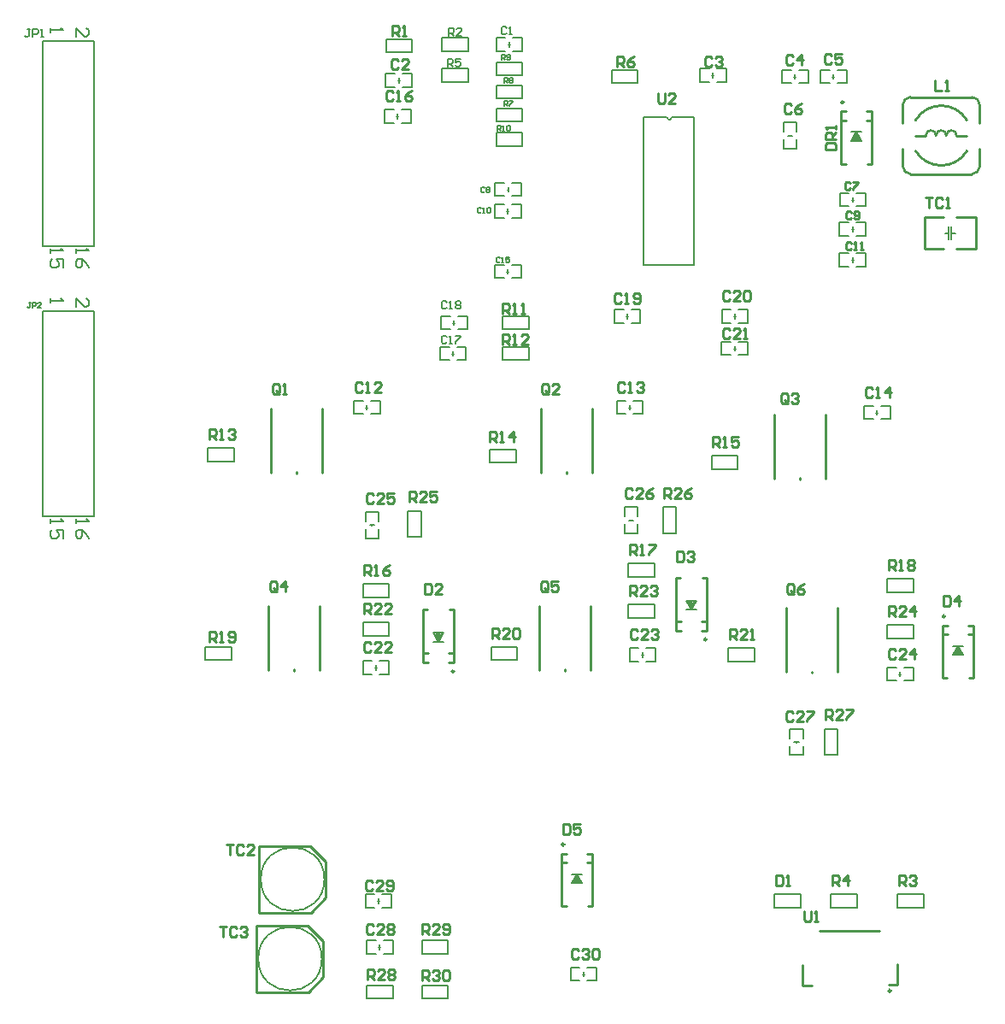
<source format=gto>
G04*
G04 #@! TF.GenerationSoftware,Altium Limited,Altium Designer,19.1.3 (30)*
G04*
G04 Layer_Color=65535*
%FSLAX25Y25*%
%MOIN*%
G70*
G01*
G75*
%ADD10C,0.00787*%
%ADD11C,0.01000*%
%ADD12C,0.00800*%
%ADD13C,0.00600*%
%ADD14C,0.00984*%
%ADD15C,0.00591*%
%ADD16C,0.00500*%
%ADD17C,0.00700*%
D10*
X116902Y18500D02*
G03*
X116902Y18500I-12402J0D01*
G01*
X117902Y49500D02*
G03*
X117902Y49500I-12402J0D01*
G01*
X251713Y346500D02*
G03*
X253287Y346500I787J0D01*
G01*
X8000Y191000D02*
X28000D01*
X8000Y271000D02*
X28000D01*
X8000Y191000D02*
Y271000D01*
X28000Y191000D02*
Y271000D01*
X8000Y296500D02*
X28000D01*
X8000Y376500D02*
X28000D01*
X8000Y296500D02*
Y376500D01*
X28000Y296500D02*
Y376500D01*
X242437Y346575D02*
X251500D01*
X253500D02*
X262000D01*
Y289000D02*
Y346575D01*
X248328Y289000D02*
X258109D01*
X242437D02*
Y346575D01*
Y289000D02*
X248328D01*
X258109D02*
X262000D01*
D11*
X320500Y352500D02*
G03*
X320500Y352500I-500J0D01*
G01*
X348500Y333500D02*
G03*
X368500Y333500I10000J6000D01*
G01*
X343500Y327500D02*
G03*
X346500Y324500I3000J0D01*
G01*
X370500D02*
G03*
X373500Y327500I0J3000D01*
G01*
X346500Y354500D02*
G03*
X343500Y351500I0J-3000D01*
G01*
X373500D02*
G03*
X370500Y354500I-3000J0D01*
G01*
X368500Y345500D02*
G03*
X348500Y345500I-10000J-6000D01*
G01*
X360500Y339500D02*
G03*
X356500Y339500I-2000J0D01*
G01*
X364500D02*
G03*
X360500Y339500I-2000J0D01*
G01*
X356500D02*
G03*
X352500Y339500I-2000J0D01*
G01*
X338874Y6000D02*
G03*
X338874Y6000I-500J0D01*
G01*
X360000Y152000D02*
G03*
X360000Y152000I-500J0D01*
G01*
X267000Y143000D02*
G03*
X267000Y143000I-500J0D01*
G01*
X168500Y130555D02*
G03*
X168500Y130555I-500J0D01*
G01*
X211500Y63000D02*
G03*
X211500Y63000I-500J0D01*
G01*
X91508Y31492D02*
X111390D01*
X117492Y25390D01*
Y11216D02*
Y25390D01*
X91508Y5508D02*
X111784D01*
X91508D02*
Y31492D01*
X111784Y5508D02*
X117492Y11216D01*
X92508Y62492D02*
X112390D01*
X118492Y56390D01*
Y42217D02*
Y56390D01*
X92508Y36508D02*
X112784D01*
X92508D02*
Y62492D01*
X112784Y36508D02*
X118492Y42217D01*
X293500Y205811D02*
Y230811D01*
X313500Y205811D02*
Y230811D01*
X303401Y205500D02*
X303500Y206000D01*
X319500Y328370D02*
Y349000D01*
X329850Y328370D02*
X331500D01*
Y349000D01*
X319500Y328370D02*
X321248D01*
X329500Y349000D02*
X331500D01*
X329500Y345500D02*
X330815D01*
X319500Y349000D02*
X321500D01*
X320185Y345500D02*
X321500D01*
X324300Y337700D02*
X325500Y340200D01*
X326700Y338000D01*
X325300D02*
X326700D01*
X325300D02*
X325500Y339090D01*
X373500Y327500D02*
Y334500D01*
X346500Y324500D02*
X370500D01*
X343500Y327500D02*
Y334500D01*
X373500Y344500D02*
Y351500D01*
X346500Y354500D02*
X370500D01*
X343500Y344500D02*
Y351500D01*
X364500Y339500D02*
X368500D01*
X348500D02*
X352500D01*
X107055Y207831D02*
X107154Y208331D01*
X117154Y208142D02*
Y233142D01*
X97154Y208142D02*
Y233142D01*
X337874Y8500D02*
X341374D01*
X304374Y8000D02*
X307874D01*
X310874Y29500D02*
X334374D01*
X364500Y295200D02*
X372039D01*
X351961D02*
X359500D01*
X351961Y307800D02*
X359500D01*
X364500D02*
X372039D01*
Y295200D02*
Y307800D01*
X351961Y295200D02*
Y307800D01*
X212248Y207831D02*
X212346Y208331D01*
X222346Y208142D02*
Y233142D01*
X202346Y208142D02*
Y233142D01*
X359000Y127870D02*
Y148500D01*
X369350Y127870D02*
X371000D01*
Y148500D01*
X359000Y127870D02*
X360748D01*
X369000Y148500D02*
X371000D01*
X369000Y145000D02*
X370315D01*
X359000Y148500D02*
X361000D01*
X359685Y145000D02*
X361000D01*
X363800Y137200D02*
X365000Y139700D01*
X366200Y137500D01*
X364800D02*
X366200D01*
X364800D02*
X365000Y138590D01*
X307902Y130000D02*
X308000Y130500D01*
X318000Y130311D02*
Y155311D01*
X298000Y130311D02*
Y155311D01*
X267000Y146500D02*
Y167130D01*
X255000D02*
X256650D01*
X255000Y146500D02*
Y167130D01*
X265252D02*
X267000D01*
X255000Y146500D02*
X257000D01*
X255685Y150000D02*
X257000D01*
X265000Y146500D02*
X267000D01*
X265000Y150000D02*
X266315D01*
X261000Y155300D02*
X262200Y157800D01*
X259800Y157500D02*
X261000Y155300D01*
X259800Y157500D02*
X261200D01*
X261000Y156410D02*
X261200Y157500D01*
X211748Y130831D02*
X211846Y131331D01*
X221846Y131142D02*
Y156142D01*
X201846Y131142D02*
Y156142D01*
X168500Y134055D02*
Y154685D01*
X156500D02*
X158150D01*
X156500Y134055D02*
Y154685D01*
X166752D02*
X168500D01*
X156500Y134055D02*
X158500D01*
X157185Y137555D02*
X158500D01*
X166500Y134055D02*
X168500D01*
X166500Y137555D02*
X167815D01*
X162500Y142855D02*
X163700Y145355D01*
X161300Y145055D02*
X162500Y142855D01*
X161300Y145055D02*
X162700D01*
X162500Y143965D02*
X162700Y145055D01*
X106055Y130831D02*
X106154Y131331D01*
X116154Y131142D02*
Y156142D01*
X96154Y131142D02*
Y156142D01*
X210500Y38870D02*
Y59500D01*
X220850Y38870D02*
X222500D01*
Y59500D01*
X210500Y38870D02*
X212248D01*
X220500Y59500D02*
X222500D01*
X220500Y56000D02*
X221815D01*
X210500Y59500D02*
X212500D01*
X211185Y56000D02*
X212500D01*
X215300Y48200D02*
X216500Y50700D01*
X217700Y48500D01*
X216300D02*
X217700D01*
X216300D02*
X216500Y49590D01*
X136666Y48332D02*
X135999Y48999D01*
X134667D01*
X134000Y48332D01*
Y45666D01*
X134667Y45000D01*
X135999D01*
X136666Y45666D01*
X140665Y45000D02*
X137999D01*
X140665Y47666D01*
Y48332D01*
X139998Y48999D01*
X138665D01*
X137999Y48332D01*
X141997Y45666D02*
X142664Y45000D01*
X143997D01*
X144663Y45666D01*
Y48332D01*
X143997Y48999D01*
X142664D01*
X141997Y48332D01*
Y47666D01*
X142664Y46999D01*
X144663D01*
X77189Y30999D02*
X79855D01*
X78522D01*
Y27000D01*
X83854Y30332D02*
X83187Y30999D01*
X81854D01*
X81188Y30332D01*
Y27666D01*
X81854Y27000D01*
X83187D01*
X83854Y27666D01*
X85186Y30332D02*
X85853Y30999D01*
X87186D01*
X87852Y30332D01*
Y29666D01*
X87186Y28999D01*
X86519D01*
X87186D01*
X87852Y28333D01*
Y27666D01*
X87186Y27000D01*
X85853D01*
X85186Y27666D01*
X79689Y62999D02*
X82355D01*
X81022D01*
Y59000D01*
X86353Y62332D02*
X85687Y62999D01*
X84354D01*
X83688Y62332D01*
Y59666D01*
X84354Y59000D01*
X85687D01*
X86353Y59666D01*
X90352Y59000D02*
X87686D01*
X90352Y61666D01*
Y62332D01*
X89686Y62999D01*
X88353D01*
X87686Y62332D01*
X100366Y239230D02*
Y241896D01*
X99699Y242563D01*
X98366D01*
X97700Y241896D01*
Y239230D01*
X98366Y238564D01*
X99699D01*
X99033Y239897D02*
X100366Y238564D01*
X99699D02*
X100366Y239230D01*
X101699Y238564D02*
X103032D01*
X102365D01*
Y242563D01*
X101699Y241896D01*
X248000Y356030D02*
Y352698D01*
X248666Y352031D01*
X249999D01*
X250666Y352698D01*
Y356030D01*
X254664Y352031D02*
X251999D01*
X254664Y354697D01*
Y355364D01*
X253998Y356030D01*
X252665D01*
X251999Y355364D01*
X304874Y36999D02*
Y33666D01*
X305540Y33000D01*
X306873D01*
X307540Y33666D01*
Y36999D01*
X308873Y33000D02*
X310206D01*
X309539D01*
Y36999D01*
X308873Y36332D01*
X352500Y315299D02*
X355166D01*
X353833D01*
Y311300D01*
X359165Y314632D02*
X358498Y315299D01*
X357165D01*
X356499Y314632D01*
Y311966D01*
X357165Y311300D01*
X358498D01*
X359165Y311966D01*
X360497Y311300D02*
X361830D01*
X361164D01*
Y315299D01*
X360497Y314632D01*
X156000Y10000D02*
Y13999D01*
X157999D01*
X158666Y13332D01*
Y11999D01*
X157999Y11333D01*
X156000D01*
X157333D02*
X158666Y10000D01*
X159999Y13332D02*
X160665Y13999D01*
X161998D01*
X162664Y13332D01*
Y12666D01*
X161998Y11999D01*
X161332D01*
X161998D01*
X162664Y11333D01*
Y10667D01*
X161998Y10000D01*
X160665D01*
X159999Y10667D01*
X163997Y13332D02*
X164664Y13999D01*
X165997D01*
X166663Y13332D01*
Y10667D01*
X165997Y10000D01*
X164664D01*
X163997Y10667D01*
Y13332D01*
X156000Y28000D02*
Y31999D01*
X157999D01*
X158666Y31332D01*
Y29999D01*
X157999Y29333D01*
X156000D01*
X157333D02*
X158666Y28000D01*
X162664D02*
X159999D01*
X162664Y30666D01*
Y31332D01*
X161998Y31999D01*
X160665D01*
X159999Y31332D01*
X163997Y28666D02*
X164664Y28000D01*
X165997D01*
X166663Y28666D01*
Y31332D01*
X165997Y31999D01*
X164664D01*
X163997Y31332D01*
Y30666D01*
X164664Y29999D01*
X166663D01*
X134618Y10500D02*
Y14499D01*
X136618D01*
X137284Y13832D01*
Y12499D01*
X136618Y11833D01*
X134618D01*
X135951D02*
X137284Y10500D01*
X141283D02*
X138617D01*
X141283Y13166D01*
Y13832D01*
X140616Y14499D01*
X139283D01*
X138617Y13832D01*
X142615D02*
X143282Y14499D01*
X144615D01*
X145281Y13832D01*
Y13166D01*
X144615Y12499D01*
X145281Y11833D01*
Y11167D01*
X144615Y10500D01*
X143282D01*
X142615Y11167D01*
Y11833D01*
X143282Y12499D01*
X142615Y13166D01*
Y13832D01*
X143282Y12499D02*
X144615D01*
X313500Y111541D02*
Y115539D01*
X315500D01*
X316166Y114873D01*
Y113540D01*
X315500Y112873D01*
X313500D01*
X314833D02*
X316166Y111541D01*
X320165D02*
X317499D01*
X320165Y114206D01*
Y114873D01*
X319498Y115539D01*
X318165D01*
X317499Y114873D01*
X321498Y115539D02*
X324164D01*
Y114873D01*
X321498Y112207D01*
Y111541D01*
X250500Y198000D02*
Y201999D01*
X252499D01*
X253166Y201332D01*
Y199999D01*
X252499Y199333D01*
X250500D01*
X251833D02*
X253166Y198000D01*
X257165D02*
X254499D01*
X257165Y200666D01*
Y201332D01*
X256498Y201999D01*
X255165D01*
X254499Y201332D01*
X261163Y201999D02*
X259830Y201332D01*
X258497Y199999D01*
Y198667D01*
X259164Y198000D01*
X260497D01*
X261163Y198667D01*
Y199333D01*
X260497Y199999D01*
X258497D01*
X151000Y196559D02*
Y200558D01*
X152999D01*
X153665Y199892D01*
Y198559D01*
X152999Y197892D01*
X151000D01*
X152333D02*
X153665Y196559D01*
X157664D02*
X154998D01*
X157664Y199225D01*
Y199892D01*
X156998Y200558D01*
X155665D01*
X154998Y199892D01*
X161663Y200558D02*
X158997D01*
Y198559D01*
X160330Y199225D01*
X160996D01*
X161663Y198559D01*
Y197226D01*
X160996Y196559D01*
X159663D01*
X158997Y197226D01*
X338000Y152000D02*
Y155999D01*
X339999D01*
X340666Y155332D01*
Y153999D01*
X339999Y153333D01*
X338000D01*
X339333D02*
X340666Y152000D01*
X344665D02*
X341999D01*
X344665Y154666D01*
Y155332D01*
X343998Y155999D01*
X342665D01*
X341999Y155332D01*
X347997Y152000D02*
Y155999D01*
X345997Y153999D01*
X348663D01*
X237000Y160000D02*
Y163999D01*
X238999D01*
X239666Y163332D01*
Y161999D01*
X238999Y161333D01*
X237000D01*
X238333D02*
X239666Y160000D01*
X243665D02*
X240999D01*
X243665Y162666D01*
Y163332D01*
X242998Y163999D01*
X241665D01*
X240999Y163332D01*
X244997D02*
X245664Y163999D01*
X246997D01*
X247663Y163332D01*
Y162666D01*
X246997Y161999D01*
X246330D01*
X246997D01*
X247663Y161333D01*
Y160667D01*
X246997Y160000D01*
X245664D01*
X244997Y160667D01*
X133500Y153055D02*
Y157054D01*
X135499D01*
X136166Y156387D01*
Y155054D01*
X135499Y154388D01*
X133500D01*
X134833D02*
X136166Y153055D01*
X140164D02*
X137499D01*
X140164Y155721D01*
Y156387D01*
X139498Y157054D01*
X138165D01*
X137499Y156387D01*
X144163Y153055D02*
X141497D01*
X144163Y155721D01*
Y156387D01*
X143497Y157054D01*
X142164D01*
X141497Y156387D01*
X276000Y143000D02*
Y146999D01*
X277999D01*
X278666Y146332D01*
Y144999D01*
X277999Y144333D01*
X276000D01*
X277333D02*
X278666Y143000D01*
X282664D02*
X279999D01*
X282664Y145666D01*
Y146332D01*
X281998Y146999D01*
X280665D01*
X279999Y146332D01*
X283997Y143000D02*
X285330D01*
X284664D01*
Y146999D01*
X283997Y146332D01*
X183500Y143500D02*
Y147499D01*
X185499D01*
X186166Y146832D01*
Y145499D01*
X185499Y144833D01*
X183500D01*
X184833D02*
X186166Y143500D01*
X190164D02*
X187499D01*
X190164Y146166D01*
Y146832D01*
X189498Y147499D01*
X188165D01*
X187499Y146832D01*
X191497D02*
X192164Y147499D01*
X193497D01*
X194163Y146832D01*
Y144167D01*
X193497Y143500D01*
X192164D01*
X191497Y144167D01*
Y146832D01*
X73000Y142000D02*
Y145999D01*
X74999D01*
X75666Y145332D01*
Y143999D01*
X74999Y143333D01*
X73000D01*
X74333D02*
X75666Y142000D01*
X76999D02*
X78332D01*
X77665D01*
Y145999D01*
X76999Y145332D01*
X80331Y142666D02*
X80997Y142000D01*
X82330D01*
X82997Y142666D01*
Y145332D01*
X82330Y145999D01*
X80997D01*
X80331Y145332D01*
Y144666D01*
X80997Y143999D01*
X82997D01*
X337959Y170000D02*
Y173999D01*
X339959D01*
X340625Y173333D01*
Y172000D01*
X339959Y171333D01*
X337959D01*
X339292D02*
X340625Y170000D01*
X341958D02*
X343291D01*
X342624D01*
Y173999D01*
X341958Y173333D01*
X345290D02*
X345957Y173999D01*
X347290D01*
X347956Y173333D01*
Y172666D01*
X347290Y172000D01*
X347956Y171333D01*
Y170667D01*
X347290Y170000D01*
X345957D01*
X345290Y170667D01*
Y171333D01*
X345957Y172000D01*
X345290Y172666D01*
Y173333D01*
X345957Y172000D02*
X347290D01*
X237059Y176000D02*
Y179998D01*
X239058D01*
X239724Y179332D01*
Y177999D01*
X239058Y177333D01*
X237059D01*
X238392D02*
X239724Y176000D01*
X241057D02*
X242390D01*
X241724D01*
Y179998D01*
X241057Y179332D01*
X244390Y179998D02*
X247056D01*
Y179332D01*
X244390Y176666D01*
Y176000D01*
X133500Y168055D02*
Y172054D01*
X135499D01*
X136166Y171388D01*
Y170054D01*
X135499Y169388D01*
X133500D01*
X134833D02*
X136166Y168055D01*
X137499D02*
X138832D01*
X138165D01*
Y172054D01*
X137499Y171388D01*
X143497Y172054D02*
X142164Y171388D01*
X140831Y170054D01*
Y168722D01*
X141497Y168055D01*
X142830D01*
X143497Y168722D01*
Y169388D01*
X142830Y170054D01*
X140831D01*
X269500Y218000D02*
Y221999D01*
X271499D01*
X272166Y221332D01*
Y219999D01*
X271499Y219333D01*
X269500D01*
X270833D02*
X272166Y218000D01*
X273499D02*
X274832D01*
X274165D01*
Y221999D01*
X273499Y221332D01*
X279497Y221999D02*
X276831D01*
Y219999D01*
X278164Y220666D01*
X278830D01*
X279497Y219999D01*
Y218666D01*
X278830Y218000D01*
X277497D01*
X276831Y218666D01*
X182500Y220000D02*
Y223999D01*
X184499D01*
X185166Y223332D01*
Y221999D01*
X184499Y221333D01*
X182500D01*
X183833D02*
X185166Y220000D01*
X186499D02*
X187832D01*
X187165D01*
Y223999D01*
X186499Y223332D01*
X191830Y220000D02*
Y223999D01*
X189831Y221999D01*
X192497D01*
X73000Y221000D02*
Y224999D01*
X74999D01*
X75666Y224332D01*
Y222999D01*
X74999Y222333D01*
X73000D01*
X74333D02*
X75666Y221000D01*
X76999D02*
X78332D01*
X77665D01*
Y224999D01*
X76999Y224332D01*
X80331D02*
X80997Y224999D01*
X82330D01*
X82997Y224332D01*
Y223666D01*
X82330Y222999D01*
X81664D01*
X82330D01*
X82997Y222333D01*
Y221666D01*
X82330Y221000D01*
X80997D01*
X80331Y221666D01*
X187500Y258000D02*
Y261999D01*
X189499D01*
X190166Y261332D01*
Y259999D01*
X189499Y259333D01*
X187500D01*
X188833D02*
X190166Y258000D01*
X191499D02*
X192832D01*
X192165D01*
Y261999D01*
X191499Y261332D01*
X197497Y258000D02*
X194831D01*
X197497Y260666D01*
Y261332D01*
X196830Y261999D01*
X195497D01*
X194831Y261332D01*
X187500Y270000D02*
Y273999D01*
X189499D01*
X190166Y273332D01*
Y271999D01*
X189499Y271333D01*
X187500D01*
X188833D02*
X190166Y270000D01*
X191499D02*
X192832D01*
X192165D01*
Y273999D01*
X191499Y273332D01*
X194831Y270000D02*
X196164D01*
X195497D01*
Y273999D01*
X194831Y273332D01*
X232000Y366500D02*
Y370499D01*
X233999D01*
X234666Y369832D01*
Y368499D01*
X233999Y367833D01*
X232000D01*
X233333D02*
X234666Y366500D01*
X238665Y370499D02*
X237332Y369832D01*
X235999Y368499D01*
Y367166D01*
X236665Y366500D01*
X237998D01*
X238665Y367166D01*
Y367833D01*
X237998Y368499D01*
X235999D01*
X316000Y47000D02*
Y50999D01*
X317999D01*
X318666Y50332D01*
Y48999D01*
X317999Y48333D01*
X316000D01*
X317333D02*
X318666Y47000D01*
X321998D02*
Y50999D01*
X319999Y48999D01*
X322664D01*
X342059Y47000D02*
Y50999D01*
X344059D01*
X344725Y50333D01*
Y49000D01*
X344059Y48333D01*
X342059D01*
X343392D02*
X344725Y47000D01*
X346058Y50333D02*
X346725Y50999D01*
X348057D01*
X348724Y50333D01*
Y49666D01*
X348057Y49000D01*
X347391D01*
X348057D01*
X348724Y48333D01*
Y47667D01*
X348057Y47000D01*
X346725D01*
X346058Y47667D01*
X144500Y378500D02*
Y382499D01*
X146499D01*
X147166Y381832D01*
Y380499D01*
X146499Y379833D01*
X144500D01*
X145833D02*
X147166Y378500D01*
X148499D02*
X149832D01*
X149165D01*
Y382499D01*
X148499Y381832D01*
X301166Y161467D02*
Y164132D01*
X300499Y164799D01*
X299166D01*
X298500Y164132D01*
Y161467D01*
X299166Y160800D01*
X300499D01*
X299833Y162133D02*
X301166Y160800D01*
X300499D02*
X301166Y161467D01*
X305165Y164799D02*
X303832Y164132D01*
X302499Y162799D01*
Y161467D01*
X303165Y160800D01*
X304498D01*
X305165Y161467D01*
Y162133D01*
X304498Y162799D01*
X302499D01*
X204966Y162228D02*
Y164894D01*
X204299Y165560D01*
X202966D01*
X202300Y164894D01*
Y162228D01*
X202966Y161561D01*
X204299D01*
X203633Y162894D02*
X204966Y161561D01*
X204299D02*
X204966Y162228D01*
X208964Y165560D02*
X206299D01*
Y163561D01*
X207632Y164227D01*
X208298D01*
X208964Y163561D01*
Y162228D01*
X208298Y161561D01*
X206965D01*
X206299Y162228D01*
X99273D02*
Y164894D01*
X98606Y165560D01*
X97273D01*
X96607Y164894D01*
Y162228D01*
X97273Y161561D01*
X98606D01*
X97940Y162894D02*
X99273Y161561D01*
X98606D02*
X99273Y162228D01*
X102605Y161561D02*
Y165560D01*
X100606Y163561D01*
X103272D01*
X298666Y235666D02*
Y238332D01*
X297999Y238999D01*
X296666D01*
X296000Y238332D01*
Y235666D01*
X296666Y235000D01*
X297999D01*
X297333Y236333D02*
X298666Y235000D01*
X297999D02*
X298666Y235666D01*
X299999Y238332D02*
X300665Y238999D01*
X301998D01*
X302664Y238332D01*
Y237666D01*
X301998Y236999D01*
X301332D01*
X301998D01*
X302664Y236333D01*
Y235666D01*
X301998Y235000D01*
X300665D01*
X299999Y235666D01*
X205512Y239297D02*
Y241963D01*
X204846Y242629D01*
X203513D01*
X202846Y241963D01*
Y239297D01*
X203513Y238631D01*
X204846D01*
X204179Y239964D02*
X205512Y238631D01*
X204846D02*
X205512Y239297D01*
X209511Y238631D02*
X206845D01*
X209511Y241297D01*
Y241963D01*
X208844Y242629D01*
X207512D01*
X206845Y241963D01*
X356000Y360999D02*
Y357000D01*
X358666D01*
X359999D02*
X361332D01*
X360665D01*
Y360999D01*
X359999Y360332D01*
X313501Y334000D02*
X317500D01*
Y335999D01*
X316833Y336666D01*
X314168D01*
X313501Y335999D01*
Y334000D01*
X317500Y337999D02*
X313501D01*
Y339998D01*
X314168Y340665D01*
X315501D01*
X316167Y339998D01*
Y337999D01*
Y339332D02*
X317500Y340665D01*
Y341997D02*
Y343330D01*
Y342664D01*
X313501D01*
X314168Y341997D01*
X211000Y70999D02*
Y67000D01*
X212999D01*
X213666Y67666D01*
Y70332D01*
X212999Y70999D01*
X211000D01*
X217665D02*
X214999D01*
Y68999D01*
X216332Y69666D01*
X216998D01*
X217665Y68999D01*
Y67666D01*
X216998Y67000D01*
X215665D01*
X214999Y67666D01*
X359500Y159999D02*
Y156000D01*
X361499D01*
X362166Y156667D01*
Y159332D01*
X361499Y159999D01*
X359500D01*
X365498Y156000D02*
Y159999D01*
X363499Y157999D01*
X366164D01*
X255500Y177299D02*
Y173300D01*
X257499D01*
X258166Y173967D01*
Y176632D01*
X257499Y177299D01*
X255500D01*
X259499Y176632D02*
X260165Y177299D01*
X261498D01*
X262164Y176632D01*
Y175966D01*
X261498Y175299D01*
X260832D01*
X261498D01*
X262164Y174633D01*
Y173967D01*
X261498Y173300D01*
X260165D01*
X259499Y173967D01*
X157000Y164809D02*
Y160810D01*
X158999D01*
X159666Y161477D01*
Y164143D01*
X158999Y164809D01*
X157000D01*
X163664Y160810D02*
X160999D01*
X163664Y163476D01*
Y164143D01*
X162998Y164809D01*
X161665D01*
X160999Y164143D01*
X293959Y50999D02*
Y47000D01*
X295959D01*
X296625Y47667D01*
Y50333D01*
X295959Y50999D01*
X293959D01*
X297958Y47000D02*
X299291D01*
X298624D01*
Y50999D01*
X297958Y50333D01*
X217126Y21832D02*
X216460Y22499D01*
X215127D01*
X214461Y21832D01*
Y19166D01*
X215127Y18500D01*
X216460D01*
X217126Y19166D01*
X218459Y21832D02*
X219126Y22499D01*
X220459D01*
X221125Y21832D01*
Y21166D01*
X220459Y20499D01*
X219792D01*
X220459D01*
X221125Y19833D01*
Y19166D01*
X220459Y18500D01*
X219126D01*
X218459Y19166D01*
X222458Y21832D02*
X223125Y22499D01*
X224457D01*
X225124Y21832D01*
Y19166D01*
X224457Y18500D01*
X223125D01*
X222458Y19166D01*
Y21832D01*
X137166Y31332D02*
X136499Y31999D01*
X135166D01*
X134500Y31332D01*
Y28666D01*
X135166Y28000D01*
X136499D01*
X137166Y28666D01*
X141165Y28000D02*
X138499D01*
X141165Y30666D01*
Y31332D01*
X140498Y31999D01*
X139165D01*
X138499Y31332D01*
X142497D02*
X143164Y31999D01*
X144497D01*
X145163Y31332D01*
Y30666D01*
X144497Y29999D01*
X145163Y29333D01*
Y28666D01*
X144497Y28000D01*
X143164D01*
X142497Y28666D01*
Y29333D01*
X143164Y29999D01*
X142497Y30666D01*
Y31332D01*
X143164Y29999D02*
X144497D01*
X300666Y114332D02*
X299999Y114999D01*
X298666D01*
X298000Y114332D01*
Y111667D01*
X298666Y111000D01*
X299999D01*
X300666Y111667D01*
X304664Y111000D02*
X301999D01*
X304664Y113666D01*
Y114332D01*
X303998Y114999D01*
X302665D01*
X301999Y114332D01*
X305997Y114999D02*
X308663D01*
Y114332D01*
X305997Y111667D01*
Y111000D01*
X238166Y201332D02*
X237499Y201999D01*
X236166D01*
X235500Y201332D01*
Y198667D01*
X236166Y198000D01*
X237499D01*
X238166Y198667D01*
X242164Y198000D02*
X239499D01*
X242164Y200666D01*
Y201332D01*
X241498Y201999D01*
X240165D01*
X239499Y201332D01*
X246163Y201999D02*
X244830Y201332D01*
X243497Y199999D01*
Y198667D01*
X244164Y198000D01*
X245497D01*
X246163Y198667D01*
Y199333D01*
X245497Y199999D01*
X243497D01*
X137166Y199509D02*
X136500Y200176D01*
X135167D01*
X134500Y199509D01*
Y196843D01*
X135167Y196177D01*
X136500D01*
X137166Y196843D01*
X141165Y196177D02*
X138499D01*
X141165Y198843D01*
Y199509D01*
X140498Y200176D01*
X139165D01*
X138499Y199509D01*
X145164Y200176D02*
X142498D01*
Y198176D01*
X143831Y198843D01*
X144497D01*
X145164Y198176D01*
Y196843D01*
X144497Y196177D01*
X143164D01*
X142498Y196843D01*
X340665Y138832D02*
X339999Y139498D01*
X338666D01*
X337999Y138832D01*
Y136166D01*
X338666Y135500D01*
X339999D01*
X340665Y136166D01*
X344664Y135500D02*
X341998D01*
X344664Y138165D01*
Y138832D01*
X343997Y139498D01*
X342665D01*
X341998Y138832D01*
X347996Y135500D02*
Y139498D01*
X345997Y137499D01*
X348662D01*
X240107Y146333D02*
X239441Y146999D01*
X238108D01*
X237441Y146333D01*
Y143667D01*
X238108Y143000D01*
X239441D01*
X240107Y143667D01*
X244106Y143000D02*
X241440D01*
X244106Y145666D01*
Y146333D01*
X243439Y146999D01*
X242106D01*
X241440Y146333D01*
X245439D02*
X246105Y146999D01*
X247438D01*
X248105Y146333D01*
Y145666D01*
X247438Y145000D01*
X246772D01*
X247438D01*
X248105Y144333D01*
Y143667D01*
X247438Y143000D01*
X246105D01*
X245439Y143667D01*
X136107Y141388D02*
X135441Y142054D01*
X134108D01*
X133441Y141388D01*
Y138722D01*
X134108Y138056D01*
X135441D01*
X136107Y138722D01*
X140106Y138056D02*
X137440D01*
X140106Y140721D01*
Y141388D01*
X139439Y142054D01*
X138106D01*
X137440Y141388D01*
X144105Y138056D02*
X141439D01*
X144105Y140721D01*
Y141388D01*
X143438Y142054D01*
X142105D01*
X141439Y141388D01*
X276106Y263832D02*
X275440Y264498D01*
X274107D01*
X273441Y263832D01*
Y261166D01*
X274107Y260500D01*
X275440D01*
X276106Y261166D01*
X280105Y260500D02*
X277439D01*
X280105Y263165D01*
Y263832D01*
X279439Y264498D01*
X278106D01*
X277439Y263832D01*
X281438Y260500D02*
X282771D01*
X282104D01*
Y264498D01*
X281438Y263832D01*
X276166Y278332D02*
X275499Y278999D01*
X274166D01*
X273500Y278332D01*
Y275666D01*
X274166Y275000D01*
X275499D01*
X276166Y275666D01*
X280165Y275000D02*
X277499D01*
X280165Y277666D01*
Y278332D01*
X279498Y278999D01*
X278165D01*
X277499Y278332D01*
X281497D02*
X282164Y278999D01*
X283497D01*
X284163Y278332D01*
Y275666D01*
X283497Y275000D01*
X282164D01*
X281497Y275666D01*
Y278332D01*
X233725Y277332D02*
X233058Y277998D01*
X231725D01*
X231059Y277332D01*
Y274666D01*
X231725Y274000D01*
X233058D01*
X233725Y274666D01*
X235057Y274000D02*
X236390D01*
X235724D01*
Y277998D01*
X235057Y277332D01*
X238390Y274666D02*
X239056Y274000D01*
X240389D01*
X241055Y274666D01*
Y277332D01*
X240389Y277998D01*
X239056D01*
X238390Y277332D01*
Y276665D01*
X239056Y275999D01*
X241055D01*
X144607Y356333D02*
X143941Y356999D01*
X142608D01*
X141941Y356333D01*
Y353667D01*
X142608Y353000D01*
X143941D01*
X144607Y353667D01*
X145940Y353000D02*
X147273D01*
X146606D01*
Y356999D01*
X145940Y356333D01*
X151938Y356999D02*
X150605Y356333D01*
X149272Y355000D01*
Y353667D01*
X149939Y353000D01*
X151272D01*
X151938Y353667D01*
Y354333D01*
X151272Y355000D01*
X149272D01*
X331666Y240832D02*
X330999Y241499D01*
X329666D01*
X329000Y240832D01*
Y238166D01*
X329666Y237500D01*
X330999D01*
X331666Y238166D01*
X332999Y237500D02*
X334332D01*
X333665D01*
Y241499D01*
X332999Y240832D01*
X338330Y237500D02*
Y241499D01*
X336331Y239499D01*
X338997D01*
X235166Y242832D02*
X234499Y243499D01*
X233166D01*
X232500Y242832D01*
Y240166D01*
X233166Y239500D01*
X234499D01*
X235166Y240166D01*
X236499Y239500D02*
X237832D01*
X237165D01*
Y243499D01*
X236499Y242832D01*
X239831D02*
X240497Y243499D01*
X241830D01*
X242497Y242832D01*
Y242166D01*
X241830Y241499D01*
X241164D01*
X241830D01*
X242497Y240833D01*
Y240166D01*
X241830Y239500D01*
X240497D01*
X239831Y240166D01*
X132666Y242832D02*
X131999Y243499D01*
X130666D01*
X130000Y242832D01*
Y240166D01*
X130666Y239500D01*
X131999D01*
X132666Y240166D01*
X133999Y239500D02*
X135332D01*
X134665D01*
Y243499D01*
X133999Y242832D01*
X139997Y239500D02*
X137331D01*
X139997Y242166D01*
Y242832D01*
X139330Y243499D01*
X137997D01*
X137331Y242832D01*
X323441Y297499D02*
X322941Y297999D01*
X321941D01*
X321441Y297499D01*
Y295500D01*
X321941Y295000D01*
X322941D01*
X323441Y295500D01*
X324440Y295000D02*
X325440D01*
X324940D01*
Y297999D01*
X324440Y297499D01*
X326940Y295000D02*
X327939D01*
X327439D01*
Y297999D01*
X326940Y297499D01*
X323441Y309500D02*
X322941Y309999D01*
X321941D01*
X321441Y309500D01*
Y307500D01*
X321941Y307000D01*
X322941D01*
X323441Y307500D01*
X324440D02*
X324940Y307000D01*
X325940D01*
X326440Y307500D01*
Y309500D01*
X325940Y309999D01*
X324940D01*
X324440Y309500D01*
Y309000D01*
X324940Y308500D01*
X326440D01*
X322999Y320999D02*
X322499Y321499D01*
X321500D01*
X321000Y320999D01*
Y319000D01*
X321500Y318500D01*
X322499D01*
X322999Y319000D01*
X323999Y321499D02*
X325998D01*
Y320999D01*
X323999Y319000D01*
Y318500D01*
X300166Y351332D02*
X299499Y351999D01*
X298166D01*
X297500Y351332D01*
Y348666D01*
X298166Y348000D01*
X299499D01*
X300166Y348666D01*
X304165Y351999D02*
X302832Y351332D01*
X301499Y349999D01*
Y348666D01*
X302165Y348000D01*
X303498D01*
X304165Y348666D01*
Y349333D01*
X303498Y349999D01*
X301499D01*
X315666Y370832D02*
X314999Y371499D01*
X313666D01*
X313000Y370832D01*
Y368166D01*
X313666Y367500D01*
X314999D01*
X315666Y368166D01*
X319665Y371499D02*
X316999D01*
Y369499D01*
X318332Y370166D01*
X318998D01*
X319665Y369499D01*
Y368166D01*
X318998Y367500D01*
X317665D01*
X316999Y368166D01*
X300666Y370332D02*
X299999Y370999D01*
X298666D01*
X298000Y370332D01*
Y367666D01*
X298666Y367000D01*
X299999D01*
X300666Y367666D01*
X303998Y367000D02*
Y370999D01*
X301999Y368999D01*
X304664D01*
X269166Y369832D02*
X268499Y370499D01*
X267166D01*
X266500Y369832D01*
Y367166D01*
X267166Y366500D01*
X268499D01*
X269166Y367166D01*
X270499Y369832D02*
X271165Y370499D01*
X272498D01*
X273165Y369832D01*
Y369166D01*
X272498Y368499D01*
X271832D01*
X272498D01*
X273165Y367833D01*
Y367166D01*
X272498Y366500D01*
X271165D01*
X270499Y367166D01*
X146607Y368833D02*
X145941Y369499D01*
X144608D01*
X143941Y368833D01*
Y366167D01*
X144608Y365500D01*
X145941D01*
X146607Y366167D01*
X150606Y365500D02*
X147940D01*
X150606Y368166D01*
Y368833D01*
X149939Y369499D01*
X148606D01*
X147940Y368833D01*
D12*
X144118Y38441D02*
Y43559D01*
X133882Y38441D02*
Y43559D01*
X137500D01*
X133882Y38441D02*
X137500D01*
X140500Y43559D02*
X144118D01*
X140500Y38441D02*
X144118D01*
X272823Y253941D02*
Y259059D01*
X283059Y253941D02*
Y259059D01*
X279441Y253941D02*
X283059D01*
X279441Y259059D02*
X283059D01*
X272823Y253941D02*
X276441D01*
X272823Y259059D02*
X276441D01*
X299441Y97882D02*
Y101500D01*
X304559Y97882D02*
Y101500D01*
X299441Y104500D02*
Y108118D01*
X304559Y104500D02*
Y108118D01*
X299441D02*
X304559D01*
X299441Y97882D02*
X304559D01*
X230941Y271559D02*
X234559D01*
X230941Y266441D02*
X234559D01*
X237559Y271559D02*
X241177D01*
X237559Y266441D02*
X241177D01*
Y271559D01*
X230941Y266441D02*
Y271559D01*
X155882Y25559D02*
X166118D01*
X155882Y20441D02*
Y25559D01*
Y20441D02*
X166118D01*
Y25559D01*
X155882Y8059D02*
X166118D01*
X155882Y2941D02*
Y8059D01*
Y2941D02*
X166118D01*
Y8059D01*
X134441Y8059D02*
X144677D01*
X134441Y2941D02*
Y8059D01*
Y2941D02*
X144677D01*
Y8059D01*
X141000Y20441D02*
X144618D01*
X141000Y25559D02*
X144618D01*
X134382Y20441D02*
X138000D01*
X134382Y25559D02*
X138000D01*
X134382Y20441D02*
Y25559D01*
X144618Y20441D02*
Y25559D01*
X71382Y134941D02*
X81618D01*
Y140059D01*
X71382D02*
X81618D01*
X71382Y134941D02*
Y140059D01*
X163382Y269059D02*
X167000D01*
X163382Y263941D02*
X167000D01*
X170000Y269059D02*
X173618D01*
X170000Y263941D02*
X173618D01*
Y269059D01*
X163382Y263941D02*
Y269059D01*
X162941Y257059D02*
X166559D01*
X162941Y251941D02*
X166559D01*
X169559Y257059D02*
X173177D01*
X169559Y251941D02*
X173177D01*
Y257059D01*
X162941Y251941D02*
Y257059D01*
X187382Y251941D02*
X197618D01*
Y257059D01*
X187382D02*
X197618D01*
X187382Y251941D02*
Y257059D01*
X190941Y283941D02*
X194559D01*
X190941Y289059D02*
X194559D01*
X184323Y283941D02*
X187941D01*
X184323Y289059D02*
X187941D01*
X184323Y283941D02*
Y289059D01*
X194559Y283941D02*
Y289059D01*
X229882Y365059D02*
X240118D01*
X229882Y359941D02*
Y365059D01*
Y359941D02*
X240118D01*
Y365059D01*
X325441Y288441D02*
X329059D01*
X325441Y293559D02*
X329059D01*
X318823Y288441D02*
X322441D01*
X318823Y293559D02*
X322441D01*
X318823Y288441D02*
Y293559D01*
X329059Y288441D02*
Y293559D01*
X325441Y300441D02*
X329059D01*
X325441Y305559D02*
X329059D01*
X318823Y300441D02*
X322441D01*
X318823Y305559D02*
X322441D01*
X318823Y300441D02*
Y305559D01*
X329059Y300441D02*
Y305559D01*
X318882Y317059D02*
X322500D01*
X318882Y311941D02*
X322500D01*
X325500Y317059D02*
X329118D01*
X325500Y311941D02*
X329118D01*
Y317059D01*
X318882Y311941D02*
Y317059D01*
X323500Y337445D02*
X325500Y340945D01*
X323500Y337445D02*
X327500D01*
X325500Y340945D02*
X327500Y337445D01*
X323500Y340945D02*
X327500D01*
X271000Y360441D02*
X274618D01*
X271000Y365559D02*
X274618D01*
X264382Y360441D02*
X268000D01*
X264382Y365559D02*
X268000D01*
X264382Y360441D02*
Y365559D01*
X274618Y360441D02*
Y365559D01*
X317941Y359941D02*
X321559D01*
X317941Y365059D02*
X321559D01*
X311323Y359941D02*
X314941D01*
X311323Y365059D02*
X314941D01*
X311323Y359941D02*
Y365059D01*
X321559Y359941D02*
Y365059D01*
X296382Y365059D02*
X300000D01*
X296382Y359941D02*
X300000D01*
X303000Y365059D02*
X306618D01*
X303000Y359941D02*
X306618D01*
Y365059D01*
X296382Y359941D02*
Y365059D01*
X182382Y211941D02*
X192618D01*
Y217059D01*
X182382D02*
X192618D01*
X182382Y211941D02*
Y217059D01*
X187382Y263941D02*
X197618D01*
Y269059D01*
X187382D02*
X197618D01*
X187382Y263941D02*
Y269059D01*
X184382Y312559D02*
X188000D01*
X184382Y307441D02*
X188000D01*
X191000Y312559D02*
X194618D01*
X191000Y307441D02*
X194618D01*
Y312559D01*
X184382Y307441D02*
Y312559D01*
X184441Y321059D02*
X188059D01*
X184441Y315941D02*
X188059D01*
X191059Y321059D02*
X194677D01*
X191059Y315941D02*
X194677D01*
Y321059D01*
X184441Y315941D02*
Y321059D01*
X184882Y335441D02*
X195118D01*
Y340559D01*
X184882D02*
X195118D01*
X184882Y335441D02*
Y340559D01*
X184882Y368059D02*
X195118D01*
X184882Y362941D02*
Y368059D01*
Y362941D02*
X195118D01*
Y368059D01*
X184882Y359059D02*
X195118D01*
X184882Y353941D02*
Y359059D01*
Y353941D02*
X195118D01*
Y359059D01*
X184882Y350059D02*
X195118D01*
X184882Y344941D02*
Y350059D01*
Y344941D02*
X195118D01*
Y350059D01*
X163763Y360441D02*
X174000D01*
Y365559D01*
X163763D02*
X174000D01*
X163763Y360441D02*
Y365559D01*
X163764Y377559D02*
X174000D01*
X163764Y372441D02*
Y377559D01*
Y372441D02*
X174000D01*
Y377559D01*
X148441Y358441D02*
X152059D01*
X148441Y363559D02*
X152059D01*
X141823Y358441D02*
X145441D01*
X141823Y363559D02*
X145441D01*
X141823Y358441D02*
Y363559D01*
X152059Y358441D02*
Y363559D01*
X184882Y377559D02*
X188500D01*
X184882Y372441D02*
X188500D01*
X191500Y377559D02*
X195118D01*
X191500Y372441D02*
X195118D01*
Y377559D01*
X184882Y372441D02*
Y377559D01*
X141882Y371941D02*
X152118D01*
Y377059D01*
X141882D02*
X152118D01*
X141882Y371941D02*
Y377059D01*
X341441Y38441D02*
X351677D01*
Y43559D01*
X341441D02*
X351677D01*
X341441Y38441D02*
Y43559D01*
X315382Y38441D02*
X325618D01*
Y43559D01*
X315382D02*
X325618D01*
X315382Y38441D02*
Y43559D01*
X293382Y38441D02*
X303618D01*
Y43559D01*
X293382D02*
X303618D01*
X293382Y38441D02*
Y43559D01*
X296941Y334382D02*
Y338000D01*
X302059Y334382D02*
Y338000D01*
X296941Y341000D02*
Y344618D01*
X302059Y341000D02*
Y344618D01*
X296941D02*
X302059D01*
X296941Y334382D02*
X302059D01*
X335000Y228941D02*
X338618D01*
X335000Y234059D02*
X338618D01*
X328382Y228941D02*
X332000D01*
X328382Y234059D02*
X332000D01*
X328382Y228941D02*
Y234059D01*
X338618Y228941D02*
Y234059D01*
X238500Y230941D02*
X242118D01*
X238500Y236059D02*
X242118D01*
X231881Y230941D02*
X235500D01*
X231881Y236059D02*
X235500D01*
X231881Y230941D02*
Y236059D01*
X242118Y230941D02*
Y236059D01*
X136000Y230941D02*
X139618D01*
X136000Y236059D02*
X139618D01*
X129382Y230941D02*
X133000D01*
X129382Y236059D02*
X133000D01*
X129382Y230941D02*
Y236059D01*
X139618Y230941D02*
Y236059D01*
X268882Y209441D02*
X279118D01*
Y214559D01*
X268882D02*
X279118D01*
X268882Y209441D02*
Y214559D01*
X72382Y212441D02*
X82618D01*
Y217559D01*
X72382D02*
X82618D01*
X72382Y212441D02*
Y217559D01*
X141382Y349559D02*
X145000D01*
X141382Y344441D02*
X145000D01*
X148000Y349559D02*
X151618D01*
X148000Y344441D02*
X151618D01*
Y349559D01*
X141382Y344441D02*
Y349559D01*
X272882Y271559D02*
X276500D01*
X272882Y266441D02*
X276500D01*
X279500Y271559D02*
X283118D01*
X279500Y266441D02*
X283118D01*
Y271559D01*
X272882Y266441D02*
Y271559D01*
X337382Y166559D02*
X347618D01*
X337382Y161441D02*
Y166559D01*
Y161441D02*
X347618D01*
Y166559D01*
X236441Y172559D02*
X246677D01*
X236441Y167441D02*
Y172559D01*
Y167441D02*
X246677D01*
Y172559D01*
X132882Y164615D02*
X143118D01*
X132882Y159496D02*
Y164615D01*
Y159496D02*
X143118D01*
Y164615D01*
X363000Y136945D02*
X365000Y140445D01*
X363000Y136945D02*
X367000D01*
X365000Y140445D02*
X367000Y136945D01*
X363000Y140445D02*
X367000D01*
X261000Y154555D02*
X263000Y158055D01*
X259000D02*
X263000D01*
X259000D02*
X261000Y154555D01*
X259000D02*
X263000D01*
X162500Y142110D02*
X164500Y145610D01*
X160500D02*
X164500D01*
X160500D02*
X162500Y142110D01*
X160500D02*
X164500D01*
X275382Y134441D02*
X285618D01*
Y139559D01*
X275382D02*
X285618D01*
X275382Y134441D02*
Y139559D01*
X182882Y134941D02*
X193118D01*
Y140059D01*
X182882D02*
X193118D01*
X182882Y134941D02*
Y140059D01*
X337382Y132059D02*
X340999D01*
X337382Y126941D02*
X340999D01*
X343999Y132059D02*
X347618D01*
X343999Y126941D02*
X347618D01*
Y132059D01*
X337382Y126941D02*
Y132059D01*
Y143441D02*
X347618D01*
Y148559D01*
X337382D02*
X347618D01*
X337382Y143441D02*
Y148559D01*
X236882Y139559D02*
X240500D01*
X236882Y134441D02*
X240500D01*
X243500Y139559D02*
X247118D01*
X243500Y134441D02*
X247118D01*
Y139559D01*
X236882Y134441D02*
Y139559D01*
X236382Y151441D02*
X246618D01*
Y156559D01*
X236382D02*
X246618D01*
X236382Y151441D02*
Y156559D01*
X132882Y134615D02*
X136500D01*
X132882Y129496D02*
X136500D01*
X139500Y134615D02*
X143118D01*
X139500Y129496D02*
X143118D01*
Y134615D01*
X132882Y129496D02*
Y134615D01*
X132882Y144496D02*
X143118D01*
Y149614D01*
X132882D02*
X143118D01*
X132882Y144496D02*
Y149614D01*
X214500Y47945D02*
X216500Y51445D01*
X214500Y47945D02*
X218500D01*
X216500Y51445D02*
X218500Y47945D01*
X214500Y51445D02*
X218500D01*
X318059Y97882D02*
Y108118D01*
X312941D02*
X318059D01*
X312941Y97882D02*
Y108118D01*
Y97882D02*
X318059D01*
X255059Y184382D02*
Y194618D01*
X249941D02*
X255059D01*
X249941Y184382D02*
Y194618D01*
Y184382D02*
X255059D01*
X234941Y184382D02*
Y188000D01*
X240059Y184382D02*
Y188000D01*
X234941Y191000D02*
Y194618D01*
X240059Y191000D02*
Y194618D01*
X234941D02*
X240059D01*
X234941Y184382D02*
X240059D01*
X150441Y182882D02*
Y193118D01*
Y182882D02*
X155559D01*
Y193118D01*
X150441D02*
X155559D01*
X139059Y189118D02*
Y192736D01*
X133941Y189118D02*
Y192736D01*
X139059Y182500D02*
Y186118D01*
X133941Y182500D02*
Y186118D01*
Y182500D02*
X139059D01*
X133941Y192736D02*
X139059D01*
X220500Y9941D02*
X224118D01*
X220500Y15059D02*
X224118D01*
X213882Y9941D02*
X217500D01*
X213882Y15059D02*
X217500D01*
X213882Y9941D02*
Y15059D01*
X224118Y9941D02*
Y15059D01*
X21000Y272668D02*
Y276000D01*
X24332Y272668D01*
X25165D01*
X25998Y273501D01*
Y275167D01*
X25165Y276000D01*
X11000D02*
Y274334D01*
Y275167D01*
X15998D01*
X15165Y276000D01*
X11000Y190000D02*
Y188334D01*
Y189167D01*
X15998D01*
X15165Y190000D01*
X15998Y182502D02*
Y185835D01*
X13499D01*
X14332Y184169D01*
Y183335D01*
X13499Y182502D01*
X11833D01*
X11000Y183335D01*
Y185002D01*
X11833Y185835D01*
X21000Y190000D02*
Y188334D01*
Y189167D01*
X25998D01*
X25165Y190000D01*
X25998Y182502D02*
X25165Y184169D01*
X23499Y185835D01*
X21833D01*
X21000Y185002D01*
Y183335D01*
X21833Y182502D01*
X22666D01*
X23499Y183335D01*
Y185835D01*
X21000Y378168D02*
Y381500D01*
X24332Y378168D01*
X25165D01*
X25998Y379001D01*
Y380667D01*
X25165Y381500D01*
X11000D02*
Y379834D01*
Y380667D01*
X15998D01*
X15165Y381500D01*
X11000Y295500D02*
Y293834D01*
Y294667D01*
X15998D01*
X15165Y295500D01*
X15998Y288002D02*
Y291335D01*
X13499D01*
X14332Y289669D01*
Y288836D01*
X13499Y288002D01*
X11833D01*
X11000Y288836D01*
Y290502D01*
X11833Y291335D01*
X21000Y295500D02*
Y293834D01*
Y294667D01*
X25998D01*
X25165Y295500D01*
X25998Y288002D02*
X25165Y289669D01*
X23499Y291335D01*
X21833D01*
X21000Y290502D01*
Y288836D01*
X21833Y288002D01*
X22666D01*
X23499Y288836D01*
Y291335D01*
X165882Y366500D02*
Y369499D01*
X167381D01*
X167881Y368999D01*
Y368000D01*
X167381Y367500D01*
X165882D01*
X166882D02*
X167881Y366500D01*
X170880Y369499D02*
X168881D01*
Y368000D01*
X169881Y368499D01*
X170380D01*
X170880Y368000D01*
Y367000D01*
X170380Y366500D01*
X169381D01*
X168881Y367000D01*
X165559Y274500D02*
X165059Y274999D01*
X164059D01*
X163559Y274500D01*
Y272500D01*
X164059Y272000D01*
X165059D01*
X165559Y272500D01*
X166558Y272000D02*
X167558D01*
X167058D01*
Y274999D01*
X166558Y274500D01*
X169058D02*
X169557Y274999D01*
X170557D01*
X171057Y274500D01*
Y274000D01*
X170557Y273500D01*
X171057Y273000D01*
Y272500D01*
X170557Y272000D01*
X169557D01*
X169058Y272500D01*
Y273000D01*
X169557Y273500D01*
X169058Y274000D01*
Y274500D01*
X169557Y273500D02*
X170557D01*
X165618Y260999D02*
X165118Y261499D01*
X164118D01*
X163618Y260999D01*
Y259000D01*
X164118Y258500D01*
X165118D01*
X165618Y259000D01*
X166617Y258500D02*
X167617D01*
X167117D01*
Y261499D01*
X166617Y260999D01*
X169116Y261499D02*
X171116D01*
Y260999D01*
X169116Y259000D01*
Y258500D01*
D13*
X139000Y40100D02*
Y41900D01*
X138700Y41000D02*
X139000D01*
X139300D01*
X277941Y255600D02*
Y257400D01*
Y256500D02*
X278241D01*
X277641D02*
X277941D01*
X302000Y102700D02*
Y103000D01*
Y103300D01*
X301100Y103000D02*
X302900D01*
X235759Y269000D02*
X236059D01*
X236359D01*
X236059Y268100D02*
Y269900D01*
X139500Y23000D02*
X139800D01*
X139200D02*
X139500D01*
Y22100D02*
Y23900D01*
X168200Y266500D02*
X168500D01*
X168800D01*
X168500Y265600D02*
Y267400D01*
X167759Y254500D02*
X168059D01*
X168359D01*
X168059Y253600D02*
Y255400D01*
X189441Y286500D02*
X189741D01*
X189141D02*
X189441D01*
Y285600D02*
Y287400D01*
X323941Y291000D02*
X324241D01*
X323641D02*
X323941D01*
Y290100D02*
Y291900D01*
Y303000D02*
X324241D01*
X323641D02*
X323941D01*
Y302100D02*
Y303900D01*
X323700Y314500D02*
X324000D01*
X324300D01*
X324000Y313600D02*
Y315400D01*
X269500Y363000D02*
X269800D01*
X269200D02*
X269500D01*
Y362100D02*
Y363900D01*
X316441Y362500D02*
X316741D01*
X316141D02*
X316441D01*
Y361600D02*
Y363400D01*
X301200Y362500D02*
X301500D01*
X301800D01*
X301500Y361600D02*
Y363400D01*
X189200Y310000D02*
X189500D01*
X189800D01*
X189500Y309100D02*
Y310900D01*
X189259Y318500D02*
X189559D01*
X189859D01*
X189559Y317600D02*
Y319400D01*
X146941Y361000D02*
X147241D01*
X146641D02*
X146941D01*
Y360100D02*
Y361900D01*
X189700Y375000D02*
X190000D01*
X190300D01*
X190000Y374100D02*
Y375900D01*
X299500Y339200D02*
Y339500D01*
Y339800D01*
X298600Y339500D02*
X300400D01*
X362500Y301500D02*
X364000D01*
X360000D02*
X361500D01*
Y299000D02*
Y304000D01*
X362500Y299000D02*
Y304000D01*
X333500Y231500D02*
X333800D01*
X333200D02*
X333500D01*
Y230600D02*
Y232400D01*
X237000Y233500D02*
X237300D01*
X236700D02*
X237000D01*
Y232600D02*
Y234400D01*
X134500Y233500D02*
X134800D01*
X134200D02*
X134500D01*
Y232600D02*
Y234400D01*
X146200Y347000D02*
X146500D01*
X146800D01*
X146500Y346100D02*
Y347900D01*
X277700Y269000D02*
X278000D01*
X278300D01*
X278000Y268100D02*
Y269900D01*
X342199Y129500D02*
X342499D01*
X342799D01*
X342499Y128600D02*
Y130400D01*
X241700Y137000D02*
X242000D01*
X242300D01*
X242000Y136100D02*
Y137900D01*
X137700Y132055D02*
X138000D01*
X138300D01*
X138000Y131155D02*
Y132955D01*
X237500Y189200D02*
Y189500D01*
Y189800D01*
X236600Y189500D02*
X238400D01*
X136500Y187618D02*
Y187918D01*
Y187318D02*
Y187618D01*
X135600D02*
X137400D01*
X219000Y12500D02*
X219300D01*
X218700D02*
X219000D01*
Y11600D02*
Y13400D01*
D14*
X341374Y8626D02*
Y16500D01*
X304374Y8126D02*
Y16000D01*
D15*
X3099Y381149D02*
X2049D01*
X2574D01*
Y378525D01*
X2049Y378000D01*
X1525D01*
X1000Y378525D01*
X4149Y378000D02*
Y381149D01*
X5723D01*
X6248Y380624D01*
Y379574D01*
X5723Y379049D01*
X4149D01*
X7297Y378000D02*
X8347D01*
X7822D01*
Y381149D01*
X7297Y380624D01*
D16*
X3333Y274499D02*
X2667D01*
X3000D01*
Y272833D01*
X2667Y272500D01*
X2333D01*
X2000Y272833D01*
X3999Y272500D02*
Y274499D01*
X4999D01*
X5332Y274166D01*
Y273500D01*
X4999Y273166D01*
X3999D01*
X7332Y272500D02*
X5999D01*
X7332Y273833D01*
Y274166D01*
X6998Y274499D01*
X6332D01*
X5999Y274166D01*
X185500Y341500D02*
Y343499D01*
X186500D01*
X186833Y343166D01*
Y342500D01*
X186500Y342166D01*
X185500D01*
X186166D02*
X186833Y341500D01*
X187499D02*
X188166D01*
X187833D01*
Y343499D01*
X187499Y343166D01*
X189165D02*
X189499Y343499D01*
X190165D01*
X190498Y343166D01*
Y341833D01*
X190165Y341500D01*
X189499D01*
X189165Y341833D01*
Y343166D01*
X187000Y369000D02*
Y370999D01*
X188000D01*
X188333Y370666D01*
Y370000D01*
X188000Y369666D01*
X187000D01*
X187666D02*
X188333Y369000D01*
X188999Y369333D02*
X189333Y369000D01*
X189999D01*
X190332Y369333D01*
Y370666D01*
X189999Y370999D01*
X189333D01*
X188999Y370666D01*
Y370333D01*
X189333Y370000D01*
X190332D01*
X188000Y360000D02*
Y361999D01*
X189000D01*
X189333Y361666D01*
Y361000D01*
X189000Y360666D01*
X188000D01*
X188666D02*
X189333Y360000D01*
X189999Y361666D02*
X190333Y361999D01*
X190999D01*
X191332Y361666D01*
Y361333D01*
X190999Y361000D01*
X191332Y360666D01*
Y360333D01*
X190999Y360000D01*
X190333D01*
X189999Y360333D01*
Y360666D01*
X190333Y361000D01*
X189999Y361333D01*
Y361666D01*
X190333Y361000D02*
X190999D01*
X188000Y351000D02*
Y352999D01*
X189000D01*
X189333Y352666D01*
Y352000D01*
X189000Y351666D01*
X188000D01*
X188666D02*
X189333Y351000D01*
X189999Y352999D02*
X191332D01*
Y352666D01*
X189999Y351333D01*
Y351000D01*
X186274Y291667D02*
X185941Y292000D01*
X185274D01*
X184941Y291667D01*
Y290334D01*
X185274Y290000D01*
X185941D01*
X186274Y290334D01*
X186941Y290000D02*
X187607D01*
X187274D01*
Y292000D01*
X186941Y291667D01*
X189940Y292000D02*
X188607D01*
Y291000D01*
X189273Y291333D01*
X189606D01*
X189940Y291000D01*
Y290334D01*
X189606Y290000D01*
X188940D01*
X188607Y290334D01*
X178892Y311167D02*
X178559Y311500D01*
X177893D01*
X177559Y311167D01*
Y309834D01*
X177893Y309500D01*
X178559D01*
X178892Y309834D01*
X179559Y309500D02*
X180225D01*
X179892D01*
Y311500D01*
X179559Y311167D01*
X181225D02*
X181558Y311500D01*
X182225D01*
X182558Y311167D01*
Y309834D01*
X182225Y309500D01*
X181558D01*
X181225Y309834D01*
Y311167D01*
X180392Y319166D02*
X180059Y319499D01*
X179392D01*
X179059Y319166D01*
Y317833D01*
X179392Y317500D01*
X180059D01*
X180392Y317833D01*
X181058Y319166D02*
X181391Y319499D01*
X182058D01*
X182391Y319166D01*
Y318832D01*
X182058Y318499D01*
X182391Y318166D01*
Y317833D01*
X182058Y317500D01*
X181391D01*
X181058Y317833D01*
Y318166D01*
X181391Y318499D01*
X181058Y318832D01*
Y319166D01*
X181391Y318499D02*
X182058D01*
D17*
X166382Y378500D02*
Y381499D01*
X167881D01*
X168381Y380999D01*
Y379999D01*
X167881Y379500D01*
X166382D01*
X167382D02*
X168381Y378500D01*
X171380D02*
X169381D01*
X171380Y380499D01*
Y380999D01*
X170880Y381499D01*
X169881D01*
X169381Y380999D01*
X188999Y381499D02*
X188499Y381999D01*
X187500D01*
X187000Y381499D01*
Y379500D01*
X187500Y379000D01*
X188499D01*
X188999Y379500D01*
X189999Y379000D02*
X190999D01*
X190499D01*
Y381999D01*
X189999Y381499D01*
M02*

</source>
